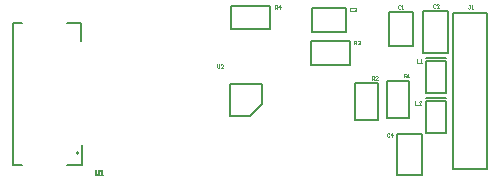
<source format=gto>
G04*
G04 #@! TF.GenerationSoftware,Altium Limited,Altium Designer,20.0.10 (225)*
G04*
G04 Layer_Color=3326705*
%FSLAX44Y44*%
%MOMM*%
G71*
G01*
G75*
%ADD10C,0.2000*%
%ADD11C,0.1270*%
%ADD12C,0.1000*%
D10*
X48500Y22500D02*
G03*
X48500Y22500I-1000J0D01*
G01*
X38420Y132230D02*
X50420D01*
X50670Y131980D01*
Y117480D02*
Y131980D01*
X51170Y12480D02*
Y28980D01*
X38170Y12480D02*
X51170D01*
X309600Y83750D02*
X328300D01*
X309600Y52300D02*
Y83750D01*
Y52300D02*
X328300D01*
Y83750D01*
X282700Y50250D02*
X301400D01*
Y81700D01*
X282700D02*
X301400D01*
X282700Y50250D02*
Y81700D01*
X278000Y97120D02*
Y117030D01*
X245050D02*
X278000D01*
X245050Y97120D02*
Y117030D01*
Y97120D02*
X278000D01*
X210500Y127120D02*
Y147030D01*
X177550D02*
X210500D01*
X177550Y127120D02*
Y147030D01*
Y127120D02*
X210500D01*
X361080Y107370D02*
Y142500D01*
X339710D02*
X361080D01*
X339710Y107370D02*
Y142500D01*
Y107370D02*
X361080D01*
X317920Y3500D02*
Y38630D01*
Y3500D02*
X339290D01*
Y38630D01*
X317920D02*
X339290D01*
X310916Y112852D02*
Y141605D01*
X331084D01*
Y112852D02*
Y141605D01*
X310916Y112852D02*
X331084D01*
X245852Y145084D02*
X274605D01*
Y124916D02*
Y145084D01*
X245852Y124916D02*
X274605D01*
X245852D02*
Y145084D01*
X394500Y8700D02*
Y9700D01*
X365000Y8700D02*
Y9700D01*
X392500Y8700D02*
X394500D01*
Y9700D02*
Y140700D01*
X394000Y141200D02*
X394500Y140700D01*
X365000Y141200D02*
X394000D01*
X365000Y9700D02*
Y141200D01*
Y8700D02*
X392500D01*
X203650Y63700D02*
Y80900D01*
X176350D02*
X203650D01*
X176350Y53600D02*
Y80900D01*
Y53600D02*
X193550D01*
X203650Y63700D01*
X342200Y102900D02*
X359800D01*
X342300Y100600D02*
X359700D01*
X342300Y73300D02*
Y100600D01*
Y73300D02*
X359700D01*
Y100600D01*
X342200Y68900D02*
X359800D01*
X342300Y66600D02*
X359700D01*
X342300Y39300D02*
Y66600D01*
Y39300D02*
X359700D01*
Y66600D01*
X62668Y8499D02*
Y4334D01*
X63501Y3501D01*
X65167D01*
X66000Y4334D01*
Y8499D01*
X67666Y3501D02*
X69332D01*
X68499D01*
Y8499D01*
X67666Y7666D01*
D11*
X-7500Y12500D02*
Y132500D01*
Y12500D02*
X550D01*
X-7500Y132500D02*
X550D01*
D12*
X335000Y101999D02*
Y99000D01*
X336999D01*
X337999D02*
X338999D01*
X338499D01*
Y101999D01*
X337999Y101499D01*
X380000Y147500D02*
X379000D01*
X379500D01*
Y145000D01*
X379000Y144501D01*
X378501D01*
X378001Y145000D01*
X381000Y144501D02*
X381999D01*
X381499D01*
Y147500D01*
X381000Y147000D01*
X214501Y144501D02*
Y147500D01*
X216000D01*
X216500Y147000D01*
Y146000D01*
X216000Y145500D01*
X214501D01*
X215501D02*
X216500Y144501D01*
X218999D02*
Y147500D01*
X217500Y146000D01*
X219499D01*
X281501Y114501D02*
Y117500D01*
X283000D01*
X283500Y117000D01*
Y116000D01*
X283000Y115500D01*
X281501D01*
X282500D02*
X283500Y114501D01*
X284500Y117000D02*
X285000Y117500D01*
X285999D01*
X286499Y117000D01*
Y116500D01*
X285999Y116000D01*
X285499D01*
X285999D01*
X286499Y115500D01*
Y115000D01*
X285999Y114501D01*
X285000D01*
X284500Y115000D01*
X296501Y84501D02*
Y87500D01*
X298000D01*
X298500Y87000D01*
Y86000D01*
X298000Y85500D01*
X296501D01*
X297500D02*
X298500Y84501D01*
X301499D02*
X299500D01*
X301499Y86500D01*
Y87000D01*
X300999Y87500D01*
X300000D01*
X299500Y87000D01*
X324001Y86501D02*
Y89500D01*
X325500D01*
X326000Y89000D01*
Y88000D01*
X325500Y87500D01*
X324001D01*
X325000D02*
X326000Y86501D01*
X327000D02*
X327999D01*
X327500D01*
Y89500D01*
X327000Y89000D01*
X333501Y66500D02*
Y63500D01*
X335500D01*
X338499D02*
X336500D01*
X338499Y65500D01*
Y66000D01*
X337999Y66500D01*
X337000D01*
X336500Y66000D01*
X311500Y39000D02*
X311000Y39499D01*
X310001D01*
X309501Y39000D01*
Y37000D01*
X310001Y36500D01*
X311000D01*
X311500Y37000D01*
X313999Y36500D02*
Y39499D01*
X312500Y38000D01*
X314499D01*
X280500Y145000D02*
X280000Y145499D01*
X279001D01*
X278501Y145000D01*
Y143000D01*
X279001Y142500D01*
X280000D01*
X280500Y143000D01*
X281500Y145000D02*
X282000Y145499D01*
X282999D01*
X283499Y145000D01*
Y144500D01*
X282999Y144000D01*
X282500D01*
X282999D01*
X283499Y143500D01*
Y143000D01*
X282999Y142500D01*
X282000D01*
X281500Y143000D01*
X350500Y148000D02*
X350000Y148499D01*
X349001D01*
X348501Y148000D01*
Y146000D01*
X349001Y145500D01*
X350000D01*
X350500Y146000D01*
X353499Y145500D02*
X351500D01*
X353499Y147500D01*
Y148000D01*
X352999Y148499D01*
X352000D01*
X351500Y148000D01*
X321000Y147000D02*
X320500Y147500D01*
X319501D01*
X319001Y147000D01*
Y145000D01*
X319501Y144501D01*
X320500D01*
X321000Y145000D01*
X322000Y144501D02*
X322999D01*
X322500D01*
Y147500D01*
X322000Y147000D01*
X165501Y97500D02*
Y95000D01*
X166001Y94501D01*
X167000D01*
X167500Y95000D01*
Y97500D01*
X170499Y94501D02*
X168500D01*
X170499Y96500D01*
Y97000D01*
X169999Y97500D01*
X169000D01*
X168500Y97000D01*
M02*

</source>
